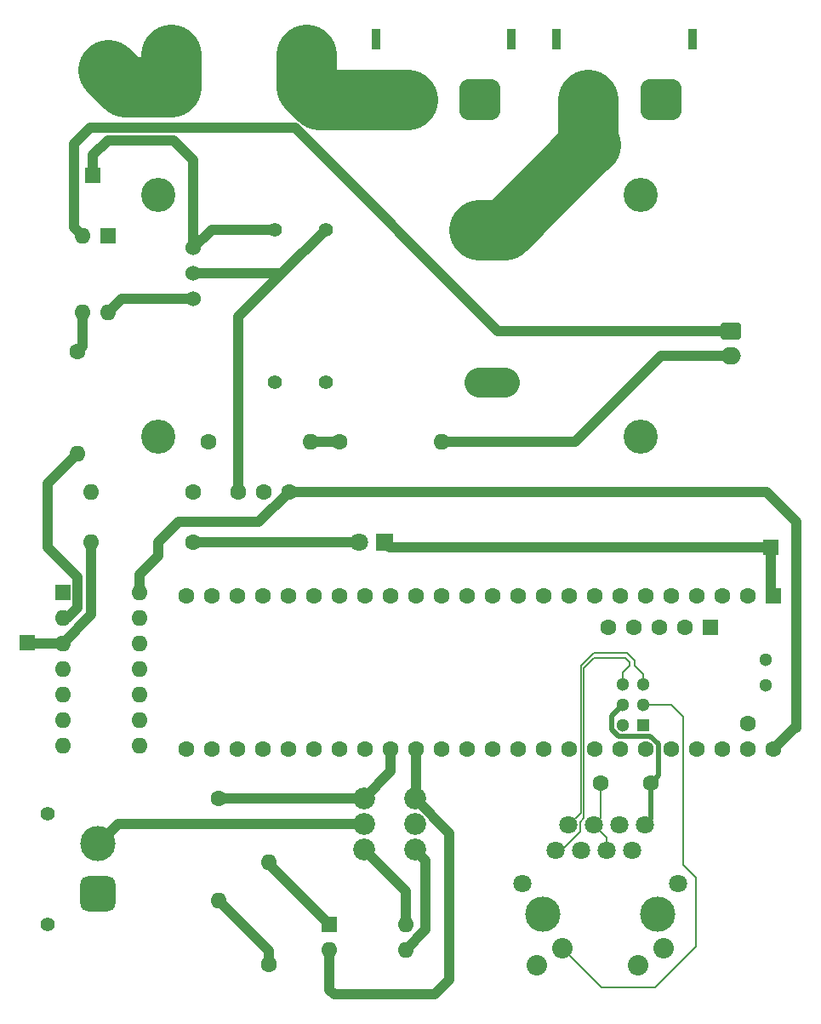
<source format=gbr>
%TF.GenerationSoftware,KiCad,Pcbnew,8.0.8-8.0.8-0~ubuntu22.04.1*%
%TF.CreationDate,2025-03-08T00:44:21+00:00*%
%TF.ProjectId,miniv_motor_controller_board,6d696e69-765f-46d6-9f74-6f725f636f6e,rev?*%
%TF.SameCoordinates,Original*%
%TF.FileFunction,Copper,L1,Top*%
%TF.FilePolarity,Positive*%
%FSLAX46Y46*%
G04 Gerber Fmt 4.6, Leading zero omitted, Abs format (unit mm)*
G04 Created by KiCad (PCBNEW 8.0.8-8.0.8-0~ubuntu22.04.1) date 2025-03-08 00:44:21*
%MOMM*%
%LPD*%
G01*
G04 APERTURE LIST*
G04 Aperture macros list*
%AMRoundRect*
0 Rectangle with rounded corners*
0 $1 Rounding radius*
0 $2 $3 $4 $5 $6 $7 $8 $9 X,Y pos of 4 corners*
0 Add a 4 corners polygon primitive as box body*
4,1,4,$2,$3,$4,$5,$6,$7,$8,$9,$2,$3,0*
0 Add four circle primitives for the rounded corners*
1,1,$1+$1,$2,$3*
1,1,$1+$1,$4,$5*
1,1,$1+$1,$6,$7*
1,1,$1+$1,$8,$9*
0 Add four rect primitives between the rounded corners*
20,1,$1+$1,$2,$3,$4,$5,0*
20,1,$1+$1,$4,$5,$6,$7,0*
20,1,$1+$1,$6,$7,$8,$9,0*
20,1,$1+$1,$8,$9,$2,$3,0*%
G04 Aperture macros list end*
%TA.AperFunction,ComponentPad*%
%ADD10C,1.600000*%
%TD*%
%TA.AperFunction,ComponentPad*%
%ADD11O,1.600000X1.600000*%
%TD*%
%TA.AperFunction,ComponentPad*%
%ADD12RoundRect,0.250000X-0.750000X0.600000X-0.750000X-0.600000X0.750000X-0.600000X0.750000X0.600000X0*%
%TD*%
%TA.AperFunction,ComponentPad*%
%ADD13O,2.000000X1.700000*%
%TD*%
%TA.AperFunction,ComponentPad*%
%ADD14RoundRect,0.250000X-0.550000X-0.550000X0.550000X-0.550000X0.550000X0.550000X-0.550000X0.550000X0*%
%TD*%
%TA.AperFunction,ComponentPad*%
%ADD15R,1.600000X1.600000*%
%TD*%
%TA.AperFunction,ComponentPad*%
%ADD16R,0.900000X2.000000*%
%TD*%
%TA.AperFunction,ComponentPad*%
%ADD17RoundRect,1.025000X-1.025000X-1.025000X1.025000X-1.025000X1.025000X1.025000X-1.025000X1.025000X0*%
%TD*%
%TA.AperFunction,ComponentPad*%
%ADD18C,4.100000*%
%TD*%
%TA.AperFunction,ComponentPad*%
%ADD19R,1.300000X1.300000*%
%TD*%
%TA.AperFunction,ComponentPad*%
%ADD20C,1.300000*%
%TD*%
%TA.AperFunction,ComponentPad*%
%ADD21C,1.400000*%
%TD*%
%TA.AperFunction,ComponentPad*%
%ADD22RoundRect,0.770000X0.980000X-0.980000X0.980000X0.980000X-0.980000X0.980000X-0.980000X-0.980000X0*%
%TD*%
%TA.AperFunction,ComponentPad*%
%ADD23C,3.500000*%
%TD*%
%TA.AperFunction,ComponentPad*%
%ADD24RoundRect,0.250001X-0.799999X-0.799999X0.799999X-0.799999X0.799999X0.799999X-0.799999X0.799999X0*%
%TD*%
%TA.AperFunction,ComponentPad*%
%ADD25C,2.180000*%
%TD*%
%TA.AperFunction,ComponentPad*%
%ADD26C,1.800000*%
%TD*%
%TA.AperFunction,ComponentPad*%
%ADD27C,2.040000*%
%TD*%
%TA.AperFunction,ComponentPad*%
%ADD28C,1.524000*%
%TD*%
%TA.AperFunction,ComponentPad*%
%ADD29C,2.400000*%
%TD*%
%TA.AperFunction,ComponentPad*%
%ADD30C,3.400000*%
%TD*%
%TA.AperFunction,ComponentPad*%
%ADD31R,1.800000X1.800000*%
%TD*%
%TA.AperFunction,Conductor*%
%ADD32C,1.000000*%
%TD*%
%TA.AperFunction,Conductor*%
%ADD33C,6.000000*%
%TD*%
%TA.AperFunction,Conductor*%
%ADD34C,0.127000*%
%TD*%
%TA.AperFunction,Conductor*%
%ADD35C,0.500000*%
%TD*%
%TA.AperFunction,Conductor*%
%ADD36C,3.000000*%
%TD*%
G04 APERTURE END LIST*
D10*
%TO.P,R5,1*%
%TO.N,Net-(R5-Pad1)*%
X68000000Y-144000000D03*
D11*
%TO.P,R5,2*%
%TO.N,Net-(R5-Pad2)*%
X68000000Y-133840000D03*
%TD*%
D12*
%TO.P,J4,1,Pin_1*%
%TO.N,Net-(J4-Pin_1)*%
X114000000Y-81000000D03*
D13*
%TO.P,J4,2,Pin_2*%
%TO.N,Net-(J4-Pin_2)*%
X114000000Y-83500000D03*
%TD*%
D14*
%TO.P,JP4,1,A*%
%TO.N,Net-(JP4-A)*%
X44000000Y-112000000D03*
%TD*%
D15*
%TO.P,U2,1*%
%TO.N,Net-(R5-Pad2)*%
X74000000Y-140000000D03*
D11*
%TO.P,U2,2*%
%TO.N,Net-(SW1-A-Pad1)*%
X74000000Y-142540000D03*
%TO.P,U2,3*%
%TO.N,Net-(SW1-C-Pad3)*%
X81620000Y-142540000D03*
%TO.P,U2,4*%
%TO.N,Net-(SW1-C-Pad6)*%
X81620000Y-140000000D03*
%TD*%
D16*
%TO.P,J2,*%
%TO.N,*%
X78650000Y-52000000D03*
X92150000Y-52000000D03*
D17*
%TO.P,J2,1,Pin_1*%
%TO.N,GNDREF_Bat*%
X89000000Y-58000000D03*
D18*
%TO.P,J2,2,Pin_2*%
%TO.N,Net-(J2-Pin_2)*%
X81800000Y-58000000D03*
%TD*%
D14*
%TO.P,JP6,1,A*%
%TO.N,+12V*%
X50500000Y-65500000D03*
%TD*%
D15*
%TO.P,U1,1,GND*%
%TO.N,GNDREF*%
X118210000Y-107380000D03*
D10*
%TO.P,U1,2,0_RX1_CRX2_CS1*%
%TO.N,unconnected-(U1-0_RX1_CRX2_CS1-Pad2)*%
X115670000Y-107380000D03*
%TO.P,U1,3,1_TX1_CTX2_MISO1*%
%TO.N,unconnected-(U1-1_TX1_CTX2_MISO1-Pad3)*%
X113130000Y-107380000D03*
%TO.P,U1,4,2_OUT2*%
%TO.N,unconnected-(U1-2_OUT2-Pad4)*%
X110590000Y-107380000D03*
%TO.P,U1,5,3_LRCLK2*%
%TO.N,unconnected-(U1-3_LRCLK2-Pad5)*%
X108050000Y-107380000D03*
%TO.P,U1,6,4_BCLK2*%
%TO.N,unconnected-(U1-4_BCLK2-Pad6)*%
X105510000Y-107380000D03*
%TO.P,U1,7,5_IN2*%
%TO.N,unconnected-(U1-5_IN2-Pad7)*%
X102970000Y-107380000D03*
%TO.P,U1,8,6_OUT1D*%
%TO.N,unconnected-(U1-6_OUT1D-Pad8)*%
X100430000Y-107380000D03*
%TO.P,U1,9,7_RX2_OUT1A*%
%TO.N,unconnected-(U1-7_RX2_OUT1A-Pad9)*%
X97890000Y-107380000D03*
%TO.P,U1,10,8_TX2_IN1*%
%TO.N,unconnected-(U1-8_TX2_IN1-Pad10)*%
X95350000Y-107380000D03*
%TO.P,U1,11,9_OUT1C*%
%TO.N,unconnected-(U1-9_OUT1C-Pad11)*%
X92810000Y-107380000D03*
%TO.P,U1,12,10_CS_MQSR*%
%TO.N,unconnected-(U1-10_CS_MQSR-Pad12)*%
X90270000Y-107380000D03*
%TO.P,U1,13,11_MOSI_CTX1*%
%TO.N,unconnected-(U1-11_MOSI_CTX1-Pad13)*%
X87730000Y-107380000D03*
%TO.P,U1,14,12_MISO_MQSL*%
%TO.N,unconnected-(U1-12_MISO_MQSL-Pad14)*%
X85190000Y-107380000D03*
%TO.P,U1,15,3V3*%
%TO.N,unconnected-(U1-3V3-Pad15)*%
X82650000Y-107380000D03*
%TO.P,U1,16,24_A10_TX6_SCL2*%
%TO.N,unconnected-(U1-24_A10_TX6_SCL2-Pad16)*%
X80110000Y-107380000D03*
%TO.P,U1,17,25_A11_RX6_SDA2*%
%TO.N,unconnected-(U1-25_A11_RX6_SDA2-Pad17)*%
X77570000Y-107380000D03*
%TO.P,U1,18,26_A12_MOSI1*%
%TO.N,unconnected-(U1-26_A12_MOSI1-Pad18)*%
X75030000Y-107380000D03*
%TO.P,U1,19,27_A13_SCK1*%
%TO.N,unconnected-(U1-27_A13_SCK1-Pad19)*%
X72490000Y-107380000D03*
%TO.P,U1,20,28_RX7*%
%TO.N,unconnected-(U1-28_RX7-Pad20)*%
X69950000Y-107380000D03*
%TO.P,U1,21,29_TX7*%
%TO.N,unconnected-(U1-29_TX7-Pad21)*%
X67410000Y-107380000D03*
%TO.P,U1,22,30_CRX3*%
%TO.N,unconnected-(U1-30_CRX3-Pad22)*%
X64870000Y-107380000D03*
%TO.P,U1,23,31_CTX3*%
%TO.N,unconnected-(U1-31_CTX3-Pad23)*%
X62330000Y-107380000D03*
%TO.P,U1,24,32_OUT1B*%
%TO.N,unconnected-(U1-32_OUT1B-Pad24)*%
X59790000Y-107380000D03*
%TO.P,U1,25,33_MCLK2*%
%TO.N,unconnected-(U1-33_MCLK2-Pad25)*%
X59790000Y-122620000D03*
%TO.P,U1,26,34_RX8*%
%TO.N,unconnected-(U1-34_RX8-Pad26)*%
X62330000Y-122620000D03*
%TO.P,U1,27,35_TX8*%
%TO.N,unconnected-(U1-35_TX8-Pad27)*%
X64870000Y-122620000D03*
%TO.P,U1,28,36_CS*%
%TO.N,unconnected-(U1-36_CS-Pad28)*%
X67410000Y-122620000D03*
%TO.P,U1,29,37_CS*%
%TO.N,unconnected-(U1-37_CS-Pad29)*%
X69950000Y-122620000D03*
%TO.P,U1,30,38_CS1_IN1*%
%TO.N,unconnected-(U1-38_CS1_IN1-Pad30)*%
X72490000Y-122620000D03*
%TO.P,U1,31,39_MISO1_OUT1A*%
%TO.N,unconnected-(U1-39_MISO1_OUT1A-Pad31)*%
X75030000Y-122620000D03*
%TO.P,U1,32,40_A16*%
%TO.N,unconnected-(U1-40_A16-Pad32)*%
X77570000Y-122620000D03*
%TO.P,U1,33,41_A17*%
%TO.N,Net-(U1-41_A17)*%
X80110000Y-122620000D03*
%TO.P,U1,34,GND*%
%TO.N,Net-(SW1-A-Pad1)*%
X82650000Y-122620000D03*
%TO.P,U1,35,13_SCK_LED*%
%TO.N,unconnected-(U1-13_SCK_LED-Pad35)*%
X85190000Y-122620000D03*
%TO.P,U1,36,14_A0_TX3_SPDIF_OUT*%
%TO.N,unconnected-(U1-14_A0_TX3_SPDIF_OUT-Pad36)*%
X87730000Y-122620000D03*
%TO.P,U1,37,15_A1_RX3_SPDIF_IN*%
%TO.N,unconnected-(U1-15_A1_RX3_SPDIF_IN-Pad37)*%
X90270000Y-122620000D03*
%TO.P,U1,38,16_A2_RX4_SCL1*%
%TO.N,unconnected-(U1-16_A2_RX4_SCL1-Pad38)*%
X92810000Y-122620000D03*
%TO.P,U1,39,17_A3_TX4_SDA1*%
%TO.N,unconnected-(U1-17_A3_TX4_SDA1-Pad39)*%
X95350000Y-122620000D03*
%TO.P,U1,40,18_A4_SDA*%
%TO.N,unconnected-(U1-18_A4_SDA-Pad40)*%
X97890000Y-122620000D03*
%TO.P,U1,41,19_A5_SCL*%
%TO.N,unconnected-(U1-19_A5_SCL-Pad41)*%
X100430000Y-122620000D03*
%TO.P,U1,42,20_A6_TX5_LRCLK1*%
%TO.N,unconnected-(U1-20_A6_TX5_LRCLK1-Pad42)*%
X102970000Y-122620000D03*
%TO.P,U1,43,21_A7_RX5_BCLK1*%
%TO.N,unconnected-(U1-21_A7_RX5_BCLK1-Pad43)*%
X105510000Y-122620000D03*
%TO.P,U1,44,22_A8_CTX1*%
%TO.N,unconnected-(U1-22_A8_CTX1-Pad44)*%
X108050000Y-122620000D03*
%TO.P,U1,45,23_A9_CRX1_MCLK1*%
%TO.N,unconnected-(U1-23_A9_CRX1_MCLK1-Pad45)*%
X110590000Y-122620000D03*
%TO.P,U1,46,3V3*%
%TO.N,unconnected-(U1-3V3-Pad46)*%
X113130000Y-122620000D03*
%TO.P,U1,47,GND*%
%TO.N,unconnected-(U1-GND-Pad47)*%
X115670000Y-122620000D03*
%TO.P,U1,48,VIN*%
%TO.N,Net-(M78AR05-1-Vout)*%
X118210000Y-122620000D03*
%TO.P,U1,49,VUSB*%
%TO.N,unconnected-(U1-VUSB-Pad49)*%
X115670000Y-120080000D03*
D15*
%TO.P,U1,55,5V*%
%TO.N,unconnected-(U1-5V-Pad55)*%
X111910800Y-110430800D03*
D10*
%TO.P,U1,56,D-*%
%TO.N,unconnected-(U1-D--Pad56)*%
X109370800Y-110430800D03*
%TO.P,U1,57,D+*%
%TO.N,unconnected-(U1-D+-Pad57)*%
X106830800Y-110430800D03*
%TO.P,U1,58,GND*%
%TO.N,unconnected-(U1-GND-Pad58)*%
X104290800Y-110430800D03*
%TO.P,U1,59,GND*%
%TO.N,unconnected-(U1-GND-Pad59)*%
X101750800Y-110430800D03*
D19*
%TO.P,U1,60,R+*%
%TO.N,Net-(U1-R+)*%
X105240000Y-120181600D03*
D20*
%TO.P,U1,61,LED*%
%TO.N,Net-(U1-LED)*%
X105240000Y-118181600D03*
%TO.P,U1,62,T-*%
%TO.N,Net-(U1-T-)*%
X105240000Y-116181600D03*
%TO.P,U1,63,T+*%
%TO.N,Net-(U1-T+)*%
X103240000Y-116181600D03*
%TO.P,U1,64,GND*%
%TO.N,Net-(U5-GND)*%
X103240000Y-118181600D03*
%TO.P,U1,65,R-*%
%TO.N,Net-(U1-R-)*%
X103240000Y-120181600D03*
%TO.P,U1,66,D-*%
%TO.N,unconnected-(U1-D--Pad66)*%
X117480000Y-116270000D03*
%TO.P,U1,67,D+*%
%TO.N,unconnected-(U1-D+-Pad67)*%
X117480000Y-113730000D03*
%TD*%
D21*
%TO.P,J3,*%
%TO.N,*%
X46000000Y-140000000D03*
X46000000Y-129000000D03*
D22*
%TO.P,J3,1,Pin_1*%
%TO.N,Net-(J3-Pin_1)*%
X51000000Y-137000000D03*
D23*
%TO.P,J3,2,Pin_2*%
%TO.N,Net-(J3-Pin_2)*%
X51000000Y-132000000D03*
%TD*%
D10*
%TO.P,R1,1*%
%TO.N,Net-(SW2-B)*%
X60500000Y-97000000D03*
D11*
%TO.P,R1,2*%
%TO.N,Net-(U6-1A)*%
X50340000Y-97000000D03*
%TD*%
D16*
%TO.P,J1,*%
%TO.N,*%
X96650000Y-52000000D03*
X110150000Y-52000000D03*
D17*
%TO.P,J1,1,Pin_1*%
%TO.N,GNDREF_Bat*%
X107000000Y-58000000D03*
D18*
%TO.P,J1,2,Pin_2*%
%TO.N,Net-(J1-Pin_2)*%
X99800000Y-58000000D03*
%TD*%
D24*
%TO.P,JP7,1,A*%
%TO.N,Net-(J1-Pin_2)*%
X100000000Y-62500000D03*
%TD*%
D15*
%TO.P,U6,1,1A*%
%TO.N,Net-(U6-1A)*%
X47500000Y-107000000D03*
D11*
%TO.P,U6,2,1B*%
%TO.N,Net-(U6-1B)*%
X47500000Y-109540000D03*
%TO.P,U6,3,1Y*%
%TO.N,Net-(JP4-A)*%
X47500000Y-112080000D03*
%TO.P,U6,4,2A*%
%TO.N,unconnected-(U6-2A-Pad4)*%
X47500000Y-114620000D03*
%TO.P,U6,5,2B*%
%TO.N,unconnected-(U6-2B-Pad5)*%
X47500000Y-117160000D03*
%TO.P,U6,6,2Y*%
%TO.N,unconnected-(U6-2Y-Pad6)*%
X47500000Y-119700000D03*
%TO.P,U6,7,GND*%
%TO.N,GNDREF*%
X47500000Y-122240000D03*
%TO.P,U6,8,3Y*%
%TO.N,unconnected-(U6-3Y-Pad8)*%
X55120000Y-122240000D03*
%TO.P,U6,9,3A*%
%TO.N,unconnected-(U6-3A-Pad9)*%
X55120000Y-119700000D03*
%TO.P,U6,10,3B*%
%TO.N,unconnected-(U6-3B-Pad10)*%
X55120000Y-117160000D03*
%TO.P,U6,11,4Y*%
%TO.N,unconnected-(U6-4Y-Pad11)*%
X55120000Y-114620000D03*
%TO.P,U6,12,4A*%
%TO.N,unconnected-(U6-4A-Pad12)*%
X55120000Y-112080000D03*
%TO.P,U6,13,4B*%
%TO.N,unconnected-(U6-4B-Pad13)*%
X55120000Y-109540000D03*
%TO.P,U6,14,Vcc*%
%TO.N,Net-(M78AR05-1-Vout)*%
X55120000Y-107000000D03*
%TD*%
D25*
%TO.P,SW1,1,A*%
%TO.N,Net-(SW1-A-Pad1)*%
X82540000Y-127460000D03*
%TO.P,SW1,2,B*%
%TO.N,Net-(J3-Pin_1)*%
X82540000Y-130000000D03*
%TO.P,SW1,3,C*%
%TO.N,Net-(SW1-C-Pad3)*%
X82540000Y-132540000D03*
%TO.P,SW1,4,A*%
%TO.N,Net-(U1-41_A17)*%
X77460000Y-127460000D03*
%TO.P,SW1,5,B*%
%TO.N,Net-(J3-Pin_2)*%
X77460000Y-130000000D03*
%TO.P,SW1,6,C*%
%TO.N,Net-(SW1-C-Pad6)*%
X77460000Y-132540000D03*
%TD*%
D26*
%TO.P,U5,*%
%TO.N,*%
X93250000Y-135950000D03*
D23*
X95285000Y-139000000D03*
X106715000Y-139000000D03*
D26*
X108750000Y-135950000D03*
%TO.P,U5,1,TD+*%
%TO.N,Net-(U1-T+)*%
X96555000Y-132650000D03*
%TO.P,U5,2,TD-*%
%TO.N,Net-(U1-T-)*%
X97825000Y-130110000D03*
%TO.P,U5,3,RD+*%
%TO.N,Net-(U1-R+)*%
X99095000Y-132650000D03*
%TO.P,U5,4,CT*%
%TO.N,Net-(C1-Pad2)*%
X100365000Y-130110000D03*
%TO.P,U5,5,CT*%
X101635000Y-132650000D03*
%TO.P,U5,6,RD-*%
%TO.N,Net-(U1-R-)*%
X102905000Y-130110000D03*
%TO.P,U5,7*%
%TO.N,unconnected-(U5-Pad7)*%
X104175000Y-132650000D03*
%TO.P,U5,8,GND*%
%TO.N,Net-(U5-GND)*%
X105445000Y-130110000D03*
D27*
%TO.P,U5,9*%
X94675000Y-144080000D03*
%TO.P,U5,10*%
%TO.N,Net-(U1-LED)*%
X97215000Y-142380000D03*
%TO.P,U5,11*%
%TO.N,unconnected-(U5-Pad11)*%
X104785000Y-144080000D03*
%TO.P,U5,12*%
%TO.N,unconnected-(U5-Pad12)*%
X107325000Y-142380000D03*
%TD*%
D28*
%TO.P,M78AR05-1,1,Vin*%
%TO.N,+12V*%
X60500000Y-72710000D03*
%TO.P,M78AR05-1,2,GND*%
%TO.N,GNDREF*%
X60500000Y-75250000D03*
%TO.P,M78AR05-1,3,Vout*%
%TO.N,Net-(M78AR05-1-Vout)*%
X60516000Y-77790000D03*
%TD*%
D29*
%TO.P,F1,1*%
%TO.N,Net-(J2-Pin_2)*%
X71735000Y-56700000D03*
X71735000Y-53300000D03*
%TO.P,F1,2*%
%TO.N,Net-(JP2-A)*%
X58265000Y-56700000D03*
X58265000Y-53300000D03*
%TD*%
D10*
%TO.P,R2,1*%
%TO.N,Net-(R2-Pad1)*%
X49000000Y-83000000D03*
D11*
%TO.P,R2,2*%
%TO.N,Net-(U6-1B)*%
X49000000Y-93160000D03*
%TD*%
D14*
%TO.P,JP5,1,A*%
%TO.N,GNDREF*%
X118000000Y-102500000D03*
%TD*%
D30*
%TO.P,U4,*%
%TO.N,*%
X105000000Y-91500000D03*
X105000000Y-67500000D03*
X57000000Y-91500000D03*
X57000000Y-67500000D03*
%TD*%
D15*
%TO.P,U3,1*%
%TO.N,Net-(R7-Pad1)*%
X52000000Y-71500000D03*
D11*
%TO.P,U3,2*%
%TO.N,Net-(J4-Pin_1)*%
X49460000Y-71500000D03*
%TO.P,U3,3*%
%TO.N,Net-(R2-Pad1)*%
X49460000Y-79120000D03*
%TO.P,U3,4*%
%TO.N,Net-(M78AR05-1-Vout)*%
X52000000Y-79120000D03*
%TD*%
D24*
%TO.P,JP2,1,A*%
%TO.N,Net-(JP2-A)*%
X52000000Y-55000000D03*
%TD*%
D10*
%TO.P,SW2,1,A*%
%TO.N,GNDREF*%
X65000000Y-97000000D03*
%TO.P,SW2,2,B*%
%TO.N,Net-(SW2-B)*%
X67500000Y-97000000D03*
%TO.P,SW2,3,C*%
%TO.N,Net-(M78AR05-1-Vout)*%
X70000000Y-97000000D03*
%TD*%
%TO.P,R8,1*%
%TO.N,Net-(R7-Pad2)*%
X75000000Y-92000000D03*
D11*
%TO.P,R8,2*%
%TO.N,Net-(J4-Pin_2)*%
X85160000Y-92000000D03*
%TD*%
D21*
%TO.P,U7,*%
%TO.N,*%
X73680000Y-86110000D03*
%TO.P,U7,2,-Vin*%
%TO.N,GNDREF_Bat*%
X91460000Y-86110000D03*
%TO.P,U7,3,-Vin*%
X88920000Y-86110000D03*
%TO.P,U7,11,NC*%
%TO.N,unconnected-(U7-NC-Pad11)*%
X68600000Y-86110000D03*
%TO.P,U7,14,+Vout*%
%TO.N,+12V*%
X68600000Y-70890000D03*
%TO.P,U7,16,-Vout*%
%TO.N,GNDREF*%
X73680000Y-70890000D03*
%TO.P,U7,22,+Vin*%
%TO.N,Net-(J1-Pin_2)*%
X88920000Y-70890000D03*
%TO.P,U7,23,+Vin*%
X91460000Y-70890000D03*
%TD*%
D10*
%TO.P,R6,1*%
%TO.N,Net-(U1-41_A17)*%
X63000000Y-127500000D03*
D11*
%TO.P,R6,2*%
%TO.N,Net-(R5-Pad1)*%
X63000000Y-137660000D03*
%TD*%
D31*
%TO.P,D2,1,K*%
%TO.N,GNDREF*%
X79500000Y-102000000D03*
D26*
%TO.P,D2,2,A*%
%TO.N,Net-(D2-A)*%
X76960000Y-102000000D03*
%TD*%
D10*
%TO.P,R7,1*%
%TO.N,Net-(R7-Pad1)*%
X62000000Y-92000000D03*
D11*
%TO.P,R7,2*%
%TO.N,Net-(R7-Pad2)*%
X72160000Y-92000000D03*
%TD*%
D10*
%TO.P,C1,1*%
%TO.N,Net-(U5-GND)*%
X106000000Y-126000000D03*
%TO.P,C1,2*%
%TO.N,Net-(C1-Pad2)*%
X101000000Y-126000000D03*
%TD*%
%TO.P,R4,1*%
%TO.N,Net-(D2-A)*%
X60500000Y-102000000D03*
D11*
%TO.P,R4,2*%
%TO.N,Net-(JP4-A)*%
X50340000Y-102000000D03*
%TD*%
D32*
%TO.N,Net-(D2-A)*%
X60500000Y-102000000D02*
X76960000Y-102000000D01*
D33*
%TO.N,Net-(J2-Pin_2)*%
X73035000Y-58000000D02*
X71735000Y-56700000D01*
X81800000Y-58000000D02*
X73035000Y-58000000D01*
X71735000Y-56700000D02*
X71735000Y-53500000D01*
D32*
%TO.N,+12V*%
X60500000Y-72710000D02*
X60500000Y-64000000D01*
X50500000Y-63500000D02*
X50500000Y-65500000D01*
X68600000Y-70890000D02*
X62320000Y-70890000D01*
X62320000Y-70890000D02*
X60500000Y-72710000D01*
X60500000Y-64000000D02*
X58500000Y-62000000D01*
X58500000Y-62000000D02*
X52000000Y-62000000D01*
X52000000Y-62000000D02*
X50500000Y-63500000D01*
%TO.N,Net-(J3-Pin_2)*%
X77460000Y-130000000D02*
X53000000Y-130000000D01*
X53000000Y-130000000D02*
X51000000Y-132000000D01*
%TO.N,Net-(J4-Pin_1)*%
X48660001Y-62339999D02*
X50200000Y-60800000D01*
X48660001Y-70700001D02*
X48660001Y-62339999D01*
X90802410Y-81000000D02*
X114000000Y-81000000D01*
X70602410Y-60800000D02*
X90802410Y-81000000D01*
X49460000Y-71500000D02*
X48660001Y-70700001D01*
X50200000Y-60800000D02*
X70602410Y-60800000D01*
%TO.N,Net-(J4-Pin_2)*%
X114000000Y-83500000D02*
X107000000Y-83500000D01*
X107000000Y-83500000D02*
X98500000Y-92000000D01*
X98500000Y-92000000D02*
X85160000Y-92000000D01*
%TO.N,Net-(M78AR05-1-Vout)*%
X118210000Y-122620000D02*
X120330000Y-120500000D01*
X55120000Y-105258679D02*
X57000000Y-103378679D01*
X59000000Y-100000000D02*
X67000000Y-100000000D01*
X57000000Y-103378679D02*
X57000000Y-102000000D01*
X55120000Y-107000000D02*
X55120000Y-105258679D01*
X60516000Y-77790000D02*
X53330000Y-77790000D01*
X120500000Y-120500000D02*
X120500000Y-100000000D01*
X117500000Y-97000000D02*
X70000000Y-97000000D01*
X53330000Y-77790000D02*
X52000000Y-79120000D01*
X120500000Y-100000000D02*
X117500000Y-97000000D01*
X67000000Y-100000000D02*
X70000000Y-97000000D01*
X120330000Y-120500000D02*
X120500000Y-120500000D01*
X57000000Y-102000000D02*
X59000000Y-100000000D01*
%TO.N,Net-(JP4-A)*%
X44080000Y-112080000D02*
X44000000Y-112000000D01*
X50340000Y-109240000D02*
X47500000Y-112080000D01*
X47500000Y-112080000D02*
X44080000Y-112080000D01*
X50340000Y-102000000D02*
X50340000Y-109240000D01*
D34*
%TO.N,Net-(U1-T+)*%
X103240000Y-114946000D02*
X103886000Y-114300000D01*
X98988500Y-129841062D02*
X98988500Y-130754500D01*
X100330000Y-113538000D02*
X99366500Y-114501500D01*
X103240000Y-116181600D02*
X103240000Y-114946000D01*
X103886000Y-113919000D02*
X103505000Y-113538000D01*
X98988500Y-130754500D02*
X97093000Y-132650000D01*
X99366500Y-129463062D02*
X98988500Y-129841062D01*
X103505000Y-113538000D02*
X100330000Y-113538000D01*
X97093000Y-132650000D02*
X96555000Y-132650000D01*
X103886000Y-114300000D02*
X103886000Y-113919000D01*
X99366500Y-114501500D02*
X99366500Y-129463062D01*
%TO.N,Net-(U1-LED)*%
X110490000Y-142240000D02*
X106426000Y-146304000D01*
X110490000Y-135382000D02*
X110490000Y-142240000D01*
X106426000Y-146304000D02*
X101139000Y-146304000D01*
X108021600Y-118181600D02*
X109220000Y-119380000D01*
X105240000Y-118181600D02*
X108021600Y-118181600D01*
X109220000Y-134112000D02*
X110490000Y-135382000D01*
X101139000Y-146304000D02*
X97215000Y-142380000D01*
X109220000Y-119380000D02*
X109220000Y-134112000D01*
%TO.N,Net-(U1-T-)*%
X104394000Y-113792000D02*
X103632000Y-113030000D01*
X99039500Y-128895500D02*
X97825000Y-130110000D01*
X99039500Y-114320500D02*
X99039500Y-128895500D01*
X104394000Y-114300000D02*
X104394000Y-113792000D01*
X100330000Y-113030000D02*
X99039500Y-114320500D01*
X103632000Y-113030000D02*
X100330000Y-113030000D01*
X105240000Y-115146000D02*
X104394000Y-114300000D01*
X105240000Y-116181600D02*
X105240000Y-115146000D01*
D35*
%TO.N,Net-(U5-GND)*%
X106000000Y-126000000D02*
X106000000Y-129555000D01*
X106760000Y-122102233D02*
X106760000Y-125240000D01*
X102140000Y-119281600D02*
X102140000Y-120637235D01*
X105939367Y-121281600D02*
X106760000Y-122102233D01*
X106000000Y-129555000D02*
X105445000Y-130110000D01*
X102784365Y-121281600D02*
X105939367Y-121281600D01*
X103240000Y-118181600D02*
X102140000Y-119281600D01*
D34*
X105445000Y-130110000D02*
X105445000Y-130845000D01*
D35*
X102140000Y-120637235D02*
X102784365Y-121281600D01*
X106760000Y-125240000D02*
X106000000Y-126000000D01*
D34*
%TO.N,Net-(U1-R+)*%
X105240000Y-120181600D02*
X105240000Y-120693000D01*
D32*
%TO.N,Net-(R5-Pad1)*%
X68000000Y-144000000D02*
X68000000Y-142660000D01*
X68000000Y-142660000D02*
X63000000Y-137660000D01*
%TO.N,Net-(R5-Pad2)*%
X68000000Y-134000000D02*
X74000000Y-140000000D01*
D35*
X74000000Y-139840000D02*
X74000000Y-140000000D01*
D32*
X68000000Y-133840000D02*
X68000000Y-134000000D01*
%TO.N,Net-(R7-Pad2)*%
X75000000Y-92000000D02*
X72160000Y-92000000D01*
D33*
%TO.N,Net-(JP2-A)*%
X53700000Y-56700000D02*
X52000000Y-55000000D01*
X58265000Y-56700000D02*
X53700000Y-56700000D01*
X58265000Y-56700000D02*
X58265000Y-53500000D01*
D34*
%TO.N,Net-(C1-Pad2)*%
X101635000Y-131380000D02*
X101635000Y-132650000D01*
X100365000Y-130110000D02*
X101635000Y-131380000D01*
X101000000Y-129475000D02*
X100365000Y-130110000D01*
X101000000Y-126000000D02*
X101000000Y-129475000D01*
D32*
%TO.N,Net-(U6-1B)*%
X49000000Y-105500000D02*
X49000000Y-108500000D01*
X49000000Y-108500000D02*
X47960000Y-109540000D01*
X46000000Y-96160000D02*
X46000000Y-102500000D01*
X46000000Y-102500000D02*
X49000000Y-105500000D01*
X47960000Y-109540000D02*
X47500000Y-109540000D01*
X49000000Y-93160000D02*
X46000000Y-96160000D01*
%TO.N,Net-(SW1-A-Pad1)*%
X74500000Y-147000000D02*
X84500000Y-147000000D01*
X86000000Y-145500000D02*
X86000000Y-130920000D01*
X86000000Y-130920000D02*
X82540000Y-127460000D01*
X74000000Y-146500000D02*
X74500000Y-147000000D01*
X74000000Y-142540000D02*
X74000000Y-146500000D01*
X82650000Y-122620000D02*
X82650000Y-127350000D01*
X82650000Y-127350000D02*
X82540000Y-127460000D01*
X84500000Y-147000000D02*
X86000000Y-145500000D01*
%TO.N,Net-(U1-41_A17)*%
X63000000Y-127500000D02*
X77420000Y-127500000D01*
X77420000Y-127500000D02*
X77460000Y-127460000D01*
X80110000Y-122620000D02*
X80110000Y-124810000D01*
X80110000Y-124810000D02*
X77460000Y-127460000D01*
D33*
%TO.N,Net-(J1-Pin_2)*%
X88920000Y-70890000D02*
X91460000Y-70890000D01*
X99800000Y-58000000D02*
X99800000Y-62300000D01*
X99850000Y-62500000D02*
X91460000Y-70890000D01*
X100000000Y-62500000D02*
X99850000Y-62500000D01*
X99800000Y-62300000D02*
X100000000Y-62500000D01*
D32*
%TO.N,GNDREF*%
X118000000Y-107170000D02*
X118210000Y-107380000D01*
X65000000Y-79570000D02*
X65000000Y-97000000D01*
X73680000Y-70890000D02*
X69320000Y-75250000D01*
X80000000Y-102500000D02*
X79500000Y-102000000D01*
X118000000Y-102500000D02*
X118000000Y-107170000D01*
X118000000Y-102500000D02*
X80000000Y-102500000D01*
X69320000Y-75250000D02*
X60500000Y-75250000D01*
X69320000Y-75250000D02*
X65000000Y-79570000D01*
%TO.N,Net-(SW1-C-Pad3)*%
X82540000Y-132540000D02*
X83629999Y-133629999D01*
X83629999Y-140530001D02*
X81620000Y-142540000D01*
X83629999Y-133629999D02*
X83629999Y-140530001D01*
D36*
%TO.N,GNDREF_Bat*%
X88920000Y-86110000D02*
X91460000Y-86110000D01*
D32*
%TO.N,Net-(SW1-C-Pad6)*%
X81620000Y-136700000D02*
X77460000Y-132540000D01*
X81620000Y-140000000D02*
X81620000Y-136700000D01*
%TO.N,Net-(R2-Pad1)*%
X49460000Y-79120000D02*
X49460000Y-82540000D01*
X49460000Y-82540000D02*
X49000000Y-83000000D01*
%TD*%
M02*

</source>
